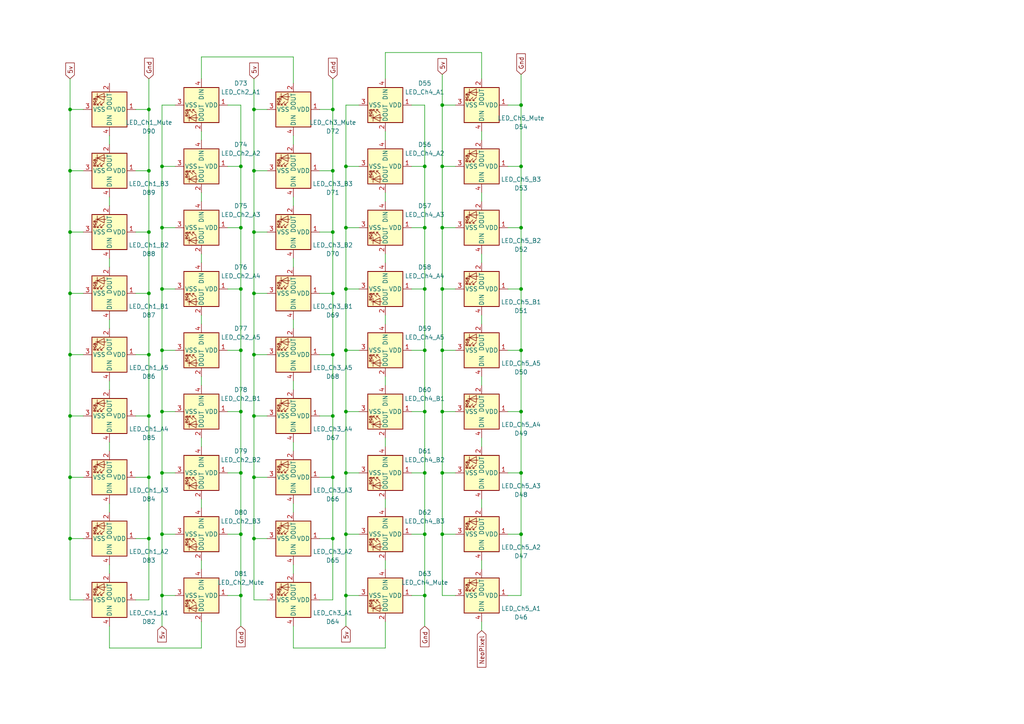
<source format=kicad_sch>
(kicad_sch (version 20231120) (generator "eeschema") (generator_version "8.0")
  (paper "A4")
  (lib_symbols
    (symbol "LED:WS2812B" (pin_names (offset 0.254))
      (property "Reference" "D" (at 5.08 5.715 0))
      (property "Value" "WS2812B" (at 1.27 -5.715 0))
      (symbol "WS2812B_0_0"
        (text "RGB" (at 2.286 -4.191 0) (effects (font (size 0.762 0.762))))
      )
      (symbol "WS2812B_0_1"
        (polyline (pts (xy 1.27 -3.556) (xy 1.778 -3.556)))
        (polyline (pts (xy 1.27 -2.54) (xy 1.778 -2.54)))
        (polyline (pts (xy 4.699 -3.556) (xy 2.667 -3.556)))
        (polyline (pts (xy 2.286 -2.54) (xy 1.27 -3.556) (xy 1.27 -3.048)))
        (polyline (pts (xy 2.286 -1.524) (xy 1.27 -2.54) (xy 1.27 -2.032)))
        (polyline (pts (xy 3.683 -1.016) (xy 3.683 -3.556) (xy 3.683 -4.064)))
        (polyline (pts (xy 4.699 -1.524) (xy 2.667 -1.524) (xy 3.683 -3.556) (xy 4.699 -1.524)))
        (rectangle (start 5.08 5.08) (end -5.08 -5.08) (stroke (width 0.254)) (fill (type background)))
      )
      (symbol "WS2812B_1_1"
        (pin power_in line (at 0 7.62 270) (length 2.54) (name "VDD") (number "1"))
        (pin output line (at 7.62 0 180) (length 2.54) (name "DOUT") (number "2"))
        (pin power_in line (at 0 -7.62 90) (length 2.54) (name "VSS") (number "3"))
        (pin input line (at -7.62 0 0) (length 2.54) (name "DIN") (number "4"))
      )
    )
  )
  (junction (at 96.52 138.43))
  (junction (at 100.33 154.94))
  (junction (at 123.19 83.82))
  (junction (at 20.32 67.31))
  (junction (at 43.18 102.87))
  (junction (at 43.18 156.21))
  (junction (at 96.52 31.75))
  (junction (at 46.99 48.26))
  (junction (at 73.66 120.65))
  (junction (at 69.85 48.26))
  (junction (at 123.19 66.04))
  (junction (at 123.19 48.26))
  (junction (at 100.33 119.38))
  (junction (at 69.85 83.82))
  (junction (at 46.99 83.82))
  (junction (at 100.33 48.26))
  (junction (at 128.27 30.48))
  (junction (at 100.33 83.82))
  (junction (at 151.13 83.82))
  (junction (at 128.27 119.38))
  (junction (at 151.13 30.48))
  (junction (at 73.66 85.09))
  (junction (at 20.32 85.09))
  (junction (at 151.13 66.04))
  (junction (at 43.18 120.65))
  (junction (at 128.27 137.16))
  (junction (at 20.32 120.65))
  (junction (at 20.32 138.43))
  (junction (at 128.27 83.82))
  (junction (at 46.99 137.16))
  (junction (at 96.52 49.53))
  (junction (at 151.13 137.16))
  (junction (at 69.85 137.16))
  (junction (at 96.52 67.31))
  (junction (at 46.99 66.04))
  (junction (at 73.66 31.75))
  (junction (at 46.99 101.6))
  (junction (at 69.85 101.6))
  (junction (at 96.52 156.21))
  (junction (at 43.18 85.09))
  (junction (at 151.13 48.26))
  (junction (at 151.13 119.38))
  (junction (at 128.27 101.6))
  (junction (at 73.66 156.21))
  (junction (at 46.99 154.94))
  (junction (at 73.66 138.43))
  (junction (at 128.27 154.94))
  (junction (at 96.52 120.65))
  (junction (at 100.33 137.16))
  (junction (at 96.52 85.09))
  (junction (at 151.13 154.94))
  (junction (at 69.85 154.94))
  (junction (at 96.52 102.87))
  (junction (at 69.85 119.38))
  (junction (at 20.32 31.75))
  (junction (at 43.18 31.75))
  (junction (at 43.18 49.53))
  (junction (at 20.32 49.53))
  (junction (at 123.19 119.38))
  (junction (at 43.18 138.43))
  (junction (at 46.99 119.38))
  (junction (at 100.33 66.04))
  (junction (at 69.85 172.72))
  (junction (at 123.19 101.6))
  (junction (at 73.66 49.53))
  (junction (at 43.18 67.31))
  (junction (at 100.33 172.72))
  (junction (at 123.19 137.16))
  (junction (at 20.32 156.21))
  (junction (at 123.19 154.94))
  (junction (at 73.66 67.31))
  (junction (at 46.99 172.72))
  (junction (at 128.27 48.26))
  (junction (at 123.19 172.72))
  (junction (at 69.85 66.04))
  (junction (at 100.33 101.6))
  (junction (at 128.27 66.04))
  (junction (at 73.66 102.87))
  (junction (at 151.13 101.6))
  (junction (at 20.32 102.87))
  (wire (pts (xy 96.52 138.43) (xy 96.52 156.21)))
  (wire (pts (xy 119.38 172.72) (xy 123.19 172.72)))
  (wire (pts (xy 39.37 120.65) (xy 43.18 120.65)))
  (wire (pts (xy 147.32 48.26) (xy 151.13 48.26)))
  (wire (pts (xy 96.52 85.09) (xy 96.52 102.87)))
  (wire (pts (xy 73.66 49.53) (xy 77.47 49.53)))
  (wire (pts (xy 31.75 163.83) (xy 31.75 166.37)))
  (wire (pts (xy 139.7 38.1) (xy 139.7 40.64)))
  (wire (pts (xy 39.37 31.75) (xy 43.18 31.75)))
  (wire (pts (xy 128.27 48.26) (xy 132.08 48.26)))
  (wire (pts (xy 85.09 146.05) (xy 85.09 148.59)))
  (wire (pts (xy 20.32 173.99) (xy 24.13 173.99)))
  (wire (pts (xy 66.04 66.04) (xy 69.85 66.04)))
  (wire (pts (xy 73.66 138.43) (xy 73.66 156.21)))
  (wire (pts (xy 147.32 30.48) (xy 151.13 30.48)))
  (wire (pts (xy 100.33 181.61) (xy 100.33 172.72)))
  (wire (pts (xy 73.66 120.65) (xy 73.66 138.43)))
  (wire (pts (xy 39.37 67.31) (xy 43.18 67.31)))
  (wire (pts (xy 69.85 137.16) (xy 69.85 119.38)))
  (wire (pts (xy 92.71 156.21) (xy 96.52 156.21)))
  (wire (pts (xy 85.09 163.83) (xy 85.09 166.37)))
  (wire (pts (xy 46.99 172.72) (xy 46.99 154.94)))
  (wire (pts (xy 128.27 119.38) (xy 132.08 119.38)))
  (wire (pts (xy 147.32 101.6) (xy 151.13 101.6)))
  (wire (pts (xy 73.66 49.53) (xy 73.66 67.31)))
  (wire (pts (xy 96.52 67.31) (xy 96.52 85.09)))
  (wire (pts (xy 96.52 102.87) (xy 96.52 120.65)))
  (wire (pts (xy 46.99 83.82) (xy 46.99 66.04)))
  (wire (pts (xy 100.33 101.6) (xy 100.33 83.82)))
  (wire (pts (xy 100.33 30.48) (xy 104.14 30.48)))
  (wire (pts (xy 58.42 187.96) (xy 58.42 180.34)))
  (wire (pts (xy 151.13 30.48) (xy 151.13 48.26)))
  (wire (pts (xy 139.7 73.66) (xy 139.7 76.2)))
  (wire (pts (xy 31.75 181.61) (xy 31.75 187.96)))
  (wire (pts (xy 100.33 154.94) (xy 100.33 137.16)))
  (wire (pts (xy 151.13 48.26) (xy 151.13 66.04)))
  (wire (pts (xy 119.38 154.94) (xy 123.19 154.94)))
  (wire (pts (xy 46.99 119.38) (xy 46.99 101.6)))
  (wire (pts (xy 111.76 40.64) (xy 111.76 38.1)))
  (wire (pts (xy 66.04 119.38) (xy 69.85 119.38)))
  (wire (pts (xy 85.09 110.49) (xy 85.09 113.03)))
  (wire (pts (xy 128.27 101.6) (xy 128.27 119.38)))
  (wire (pts (xy 123.19 172.72) (xy 123.19 154.94)))
  (wire (pts (xy 139.7 144.78) (xy 139.7 147.32)))
  (wire (pts (xy 69.85 48.26) (xy 69.85 30.48)))
  (wire (pts (xy 139.7 109.22) (xy 139.7 111.76)))
  (wire (pts (xy 92.71 85.09) (xy 96.52 85.09)))
  (wire (pts (xy 46.99 101.6) (xy 46.99 83.82)))
  (wire (pts (xy 66.04 137.16) (xy 69.85 137.16)))
  (wire (pts (xy 128.27 83.82) (xy 128.27 101.6)))
  (wire (pts (xy 43.18 22.86) (xy 43.18 31.75)))
  (wire (pts (xy 20.32 67.31) (xy 20.32 85.09)))
  (wire (pts (xy 128.27 137.16) (xy 128.27 154.94)))
  (wire (pts (xy 111.76 58.42) (xy 111.76 55.88)))
  (wire (pts (xy 39.37 156.21) (xy 43.18 156.21)))
  (wire (pts (xy 92.71 49.53) (xy 96.52 49.53)))
  (wire (pts (xy 100.33 83.82) (xy 104.14 83.82)))
  (wire (pts (xy 151.13 101.6) (xy 151.13 119.38)))
  (wire (pts (xy 69.85 66.04) (xy 69.85 48.26)))
  (wire (pts (xy 20.32 22.86) (xy 20.32 31.75)))
  (wire (pts (xy 46.99 101.6) (xy 50.8 101.6)))
  (wire (pts (xy 111.76 15.24) (xy 139.7 15.24)))
  (wire (pts (xy 20.32 102.87) (xy 20.32 120.65)))
  (wire (pts (xy 31.75 187.96) (xy 58.42 187.96)))
  (wire (pts (xy 100.33 48.26) (xy 100.33 30.48)))
  (wire (pts (xy 43.18 67.31) (xy 43.18 85.09)))
  (wire (pts (xy 46.99 137.16) (xy 50.8 137.16)))
  (wire (pts (xy 123.19 181.61) (xy 123.19 172.72)))
  (wire (pts (xy 128.27 154.94) (xy 128.27 172.72)))
  (wire (pts (xy 58.42 111.76) (xy 58.42 109.22)))
  (wire (pts (xy 128.27 101.6) (xy 132.08 101.6)))
  (wire (pts (xy 73.66 102.87) (xy 73.66 120.65)))
  (wire (pts (xy 20.32 49.53) (xy 24.13 49.53)))
  (wire (pts (xy 46.99 30.48) (xy 50.8 30.48)))
  (wire (pts (xy 69.85 119.38) (xy 69.85 101.6)))
  (wire (pts (xy 46.99 48.26) (xy 46.99 30.48)))
  (wire (pts (xy 111.76 187.96) (xy 111.76 180.34)))
  (wire (pts (xy 96.52 173.99) (xy 92.71 173.99)))
  (wire (pts (xy 20.32 67.31) (xy 24.13 67.31)))
  (wire (pts (xy 128.27 48.26) (xy 128.27 66.04)))
  (wire (pts (xy 119.38 83.82) (xy 123.19 83.82)))
  (wire (pts (xy 147.32 119.38) (xy 151.13 119.38)))
  (wire (pts (xy 111.76 93.98) (xy 111.76 91.44)))
  (wire (pts (xy 69.85 172.72) (xy 69.85 154.94)))
  (wire (pts (xy 46.99 48.26) (xy 50.8 48.26)))
  (wire (pts (xy 73.66 173.99) (xy 77.47 173.99)))
  (wire (pts (xy 96.52 49.53) (xy 96.52 67.31)))
  (wire (pts (xy 73.66 85.09) (xy 73.66 102.87)))
  (wire (pts (xy 20.32 102.87) (xy 24.13 102.87)))
  (wire (pts (xy 92.71 67.31) (xy 96.52 67.31)))
  (wire (pts (xy 69.85 181.61) (xy 69.85 172.72)))
  (wire (pts (xy 20.32 31.75) (xy 20.32 49.53)))
  (wire (pts (xy 73.66 31.75) (xy 77.47 31.75)))
  (wire (pts (xy 73.66 138.43) (xy 77.47 138.43)))
  (wire (pts (xy 100.33 119.38) (xy 104.14 119.38)))
  (wire (pts (xy 66.04 172.72) (xy 69.85 172.72)))
  (wire (pts (xy 31.75 110.49) (xy 31.75 113.03)))
  (wire (pts (xy 151.13 137.16) (xy 151.13 154.94)))
  (wire (pts (xy 31.75 146.05) (xy 31.75 148.59)))
  (wire (pts (xy 20.32 85.09) (xy 24.13 85.09)))
  (wire (pts (xy 111.76 76.2) (xy 111.76 73.66)))
  (wire (pts (xy 128.27 172.72) (xy 132.08 172.72)))
  (wire (pts (xy 66.04 48.26) (xy 69.85 48.26)))
  (wire (pts (xy 96.52 31.75) (xy 96.52 49.53)))
  (wire (pts (xy 139.7 15.24) (xy 139.7 22.86)))
  (wire (pts (xy 20.32 138.43) (xy 20.32 156.21)))
  (wire (pts (xy 85.09 128.27) (xy 85.09 130.81)))
  (wire (pts (xy 39.37 102.87) (xy 43.18 102.87)))
  (wire (pts (xy 43.18 49.53) (xy 43.18 67.31)))
  (wire (pts (xy 20.32 138.43) (xy 24.13 138.43)))
  (wire (pts (xy 66.04 101.6) (xy 69.85 101.6)))
  (wire (pts (xy 20.32 156.21) (xy 24.13 156.21)))
  (wire (pts (xy 119.38 137.16) (xy 123.19 137.16)))
  (wire (pts (xy 39.37 49.53) (xy 43.18 49.53)))
  (wire (pts (xy 151.13 66.04) (xy 151.13 83.82)))
  (wire (pts (xy 100.33 137.16) (xy 100.33 119.38)))
  (wire (pts (xy 43.18 31.75) (xy 43.18 49.53)))
  (wire (pts (xy 85.09 39.37) (xy 85.09 41.91)))
  (wire (pts (xy 46.99 119.38) (xy 50.8 119.38)))
  (wire (pts (xy 46.99 154.94) (xy 46.99 137.16)))
  (wire (pts (xy 128.27 119.38) (xy 128.27 137.16)))
  (wire (pts (xy 66.04 83.82) (xy 69.85 83.82)))
  (wire (pts (xy 123.19 154.94) (xy 123.19 137.16)))
  (wire (pts (xy 46.99 66.04) (xy 50.8 66.04)))
  (wire (pts (xy 43.18 173.99) (xy 39.37 173.99)))
  (wire (pts (xy 123.19 137.16) (xy 123.19 119.38)))
  (wire (pts (xy 43.18 102.87) (xy 43.18 120.65)))
  (wire (pts (xy 147.32 137.16) (xy 151.13 137.16)))
  (wire (pts (xy 100.33 172.72) (xy 104.14 172.72)))
  (wire (pts (xy 69.85 101.6) (xy 69.85 83.82)))
  (wire (pts (xy 43.18 120.65) (xy 43.18 138.43)))
  (wire (pts (xy 73.66 120.65) (xy 77.47 120.65)))
  (wire (pts (xy 128.27 30.48) (xy 132.08 30.48)))
  (wire (pts (xy 96.52 156.21) (xy 96.52 173.99)))
  (wire (pts (xy 58.42 76.2) (xy 58.42 73.66)))
  (wire (pts (xy 73.66 102.87) (xy 77.47 102.87)))
  (wire (pts (xy 31.75 92.71) (xy 31.75 95.25)))
  (wire (pts (xy 85.09 187.96) (xy 111.76 187.96)))
  (wire (pts (xy 20.32 120.65) (xy 24.13 120.65)))
  (wire (pts (xy 100.33 48.26) (xy 104.14 48.26)))
  (wire (pts (xy 123.19 101.6) (xy 123.19 83.82)))
  (wire (pts (xy 31.75 57.15) (xy 31.75 59.69)))
  (wire (pts (xy 111.76 129.54) (xy 111.76 127)))
  (wire (pts (xy 92.71 138.43) (xy 96.52 138.43)))
  (wire (pts (xy 92.71 120.65) (xy 96.52 120.65)))
  (wire (pts (xy 128.27 21.59) (xy 128.27 30.48)))
  (wire (pts (xy 119.38 119.38) (xy 123.19 119.38)))
  (wire (pts (xy 39.37 138.43) (xy 43.18 138.43)))
  (wire (pts (xy 147.32 154.94) (xy 151.13 154.94)))
  (wire (pts (xy 128.27 66.04) (xy 132.08 66.04)))
  (wire (pts (xy 31.75 128.27) (xy 31.75 130.81)))
  (wire (pts (xy 96.52 120.65) (xy 96.52 138.43)))
  (wire (pts (xy 100.33 101.6) (xy 104.14 101.6)))
  (wire (pts (xy 119.38 48.26) (xy 123.19 48.26)))
  (wire (pts (xy 39.37 85.09) (xy 43.18 85.09)))
  (wire (pts (xy 73.66 22.86) (xy 73.66 31.75)))
  (wire (pts (xy 123.19 48.26) (xy 123.19 30.48)))
  (wire (pts (xy 139.7 91.44) (xy 139.7 93.98)))
  (wire (pts (xy 100.33 119.38) (xy 100.33 101.6)))
  (wire (pts (xy 119.38 101.6) (xy 123.19 101.6)))
  (wire (pts (xy 151.13 172.72) (xy 147.32 172.72)))
  (wire (pts (xy 69.85 154.94) (xy 69.85 137.16)))
  (wire (pts (xy 31.75 74.93) (xy 31.75 77.47)))
  (wire (pts (xy 58.42 165.1) (xy 58.42 162.56)))
  (wire (pts (xy 73.66 156.21) (xy 77.47 156.21)))
  (wire (pts (xy 46.99 137.16) (xy 46.99 119.38)))
  (wire (pts (xy 111.76 22.86) (xy 111.76 15.24)))
  (wire (pts (xy 123.19 83.82) (xy 123.19 66.04)))
  (wire (pts (xy 58.42 58.42) (xy 58.42 55.88)))
  (wire (pts (xy 96.52 22.86) (xy 96.52 31.75)))
  (wire (pts (xy 151.13 119.38) (xy 151.13 137.16)))
  (wire (pts (xy 58.42 147.32) (xy 58.42 144.78)))
  (wire (pts (xy 147.32 66.04) (xy 151.13 66.04)))
  (wire (pts (xy 85.09 181.61) (xy 85.09 187.96)))
  (wire (pts (xy 20.32 156.21) (xy 20.32 173.99)))
  (wire (pts (xy 100.33 137.16) (xy 104.14 137.16)))
  (wire (pts (xy 139.7 55.88) (xy 139.7 58.42)))
  (wire (pts (xy 123.19 119.38) (xy 123.19 101.6)))
  (wire (pts (xy 128.27 154.94) (xy 132.08 154.94)))
  (wire (pts (xy 46.99 83.82) (xy 50.8 83.82)))
  (wire (pts (xy 73.66 67.31) (xy 73.66 85.09)))
  (wire (pts (xy 85.09 74.93) (xy 85.09 77.47)))
  (wire (pts (xy 46.99 154.94) (xy 50.8 154.94)))
  (wire (pts (xy 128.27 30.48) (xy 128.27 48.26)))
  (wire (pts (xy 31.75 39.37) (xy 31.75 41.91)))
  (wire (pts (xy 20.32 49.53) (xy 20.32 67.31)))
  (wire (pts (xy 43.18 138.43) (xy 43.18 156.21)))
  (wire (pts (xy 139.7 162.56) (xy 139.7 165.1)))
  (wire (pts (xy 128.27 83.82) (xy 132.08 83.82)))
  (wire (pts (xy 46.99 66.04) (xy 46.99 48.26)))
  (wire (pts (xy 151.13 83.82) (xy 151.13 101.6)))
  (wire (pts (xy 100.33 83.82) (xy 100.33 66.04)))
  (wire (pts (xy 151.13 154.94) (xy 151.13 172.72)))
  (wire (pts (xy 73.66 85.09) (xy 77.47 85.09)))
  (wire (pts (xy 128.27 66.04) (xy 128.27 83.82)))
  (wire (pts (xy 100.33 66.04) (xy 100.33 48.26)))
  (wire (pts (xy 111.76 111.76) (xy 111.76 109.22)))
  (wire (pts (xy 46.99 181.61) (xy 46.99 172.72)))
  (wire (pts (xy 73.66 31.75) (xy 73.66 49.53)))
  (wire (pts (xy 58.42 22.86) (xy 58.42 16.51)))
  (wire (pts (xy 85.09 16.51) (xy 85.09 24.13)))
  (wire (pts (xy 43.18 156.21) (xy 43.18 173.99)))
  (wire (pts (xy 119.38 66.04) (xy 123.19 66.04)))
  (wire (pts (xy 73.66 156.21) (xy 73.66 173.99)))
  (wire (pts (xy 58.42 40.64) (xy 58.42 38.1)))
  (wire (pts (xy 69.85 30.48) (xy 66.04 30.48)))
  (wire (pts (xy 85.09 57.15) (xy 85.09 59.69)))
  (wire (pts (xy 123.19 30.48) (xy 119.38 30.48)))
  (wire (pts (xy 58.42 93.98) (xy 58.42 91.44)))
  (wire (pts (xy 111.76 147.32) (xy 111.76 144.78)))
  (wire (pts (xy 147.32 83.82) (xy 151.13 83.82)))
  (wire (pts (xy 100.33 154.94) (xy 104.14 154.94)))
  (wire (pts (xy 46.99 172.72) (xy 50.8 172.72)))
  (wire (pts (xy 58.42 129.54) (xy 58.42 127)))
  (wire (pts (xy 123.19 66.04) (xy 123.19 48.26)))
  (wire (pts (xy 92.71 31.75) (xy 96.52 31.75)))
  (wire (pts (xy 20.32 120.65) (xy 20.32 138.43)))
  (wire (pts (xy 139.7 127) (xy 139.7 129.54)))
  (wire (pts (xy 20.32 85.09) (xy 20.32 102.87)))
  (wire (pts (xy 58.42 16.51) (xy 85.09 16.51)))
  (wire (pts (xy 43.18 85.09) (xy 43.18 102.87)))
  (wire (pts (xy 92.71 102.87) (xy 96.52 102.87)))
  (wire (pts (xy 151.13 21.59) (xy 151.13 30.48)))
  (wire (pts (xy 139.7 180.34) (xy 139.7 182.88)))
  (wire (pts (xy 20.32 31.75) (xy 24.13 31.75)))
  (wire (pts (xy 69.85 83.82) (xy 69.85 66.04)))
  (wire (pts (xy 128.27 137.16) (xy 132.08 137.16)))
  (wire (pts (xy 66.04 154.94) (xy 69.85 154.94)))
  (wire (pts (xy 100.33 66.04) (xy 104.14 66.04)))
  (wire (pts (xy 85.09 92.71) (xy 85.09 95.25)))
  (wire (pts (xy 111.76 165.1) (xy 111.76 162.56)))
  (wire (pts (xy 100.33 172.72) (xy 100.33 154.94)))
  (wire (pts (xy 73.66 67.31) (xy 77.47 67.31)))
  (global_label "5v" (shape input) (at 20.32 22.86 90) (property "Intersheetrefs" "${INTERSHEET_REFS}" (effects (hide yes))))
  (global_label "Gnd" (shape input) (at 151.13 21.59 90) (property "Intersheetrefs" "${INTERSHEET_REFS}" (effects (hide yes))))
  (global_label "5v" (shape input) (at 128.27 21.59 90) (property "Intersheetrefs" "${INTERSHEET_REFS}" (effects (hide yes))))
  (global_label "5v" (shape input) (at 73.66 22.86 90) (property "Intersheetrefs" "${INTERSHEET_REFS}" (effects (hide yes))))
  (global_label "5v" (shape input) (at 100.33 181.61 270) (property "Intersheetrefs" "${INTERSHEET_REFS}" (effects (hide yes))))
  (global_label "Gnd" (shape input) (at 96.52 22.86 90) (property "Intersheetrefs" "${INTERSHEET_REFS}" (effects (hide yes))))
  (global_label "Gnd" (shape input) (at 43.18 22.86 90) (property "Intersheetrefs" "${INTERSHEET_REFS}" (effects (hide yes))))
  (global_label "Gnd" (shape input) (at 123.19 181.61 270) (property "Intersheetrefs" "${INTERSHEET_REFS}" (effects (hide yes))))
  (global_label "NeoPixel" (shape input) (at 139.7 182.88 270) (property "Intersheetrefs" "${INTERSHEET_REFS}" (effects (hide yes))))
  (global_label "Gnd" (shape input) (at 69.85 181.61 270) (property "Intersheetrefs" "${INTERSHEET_REFS}" (effects (hide yes))))
  (global_label "5v" (shape input) (at 46.99 181.61 270) (property "Intersheetrefs" "${INTERSHEET_REFS}" (effects (hide yes))))
  (symbol (lib_id "LED:WS2812B") (at 58.42 83.82 270) (unit 1)
    (property "Reference" "D76" (at 69.85 77.5014 90))
    (property "Value" "LED_Ch2_A4" (at 69.85 80.0414 90))
    (property "Footprint" "LED_SMD:LED_WS2812B_PLCC4_5.0x5.0mm_P3.2mm" (effects (hide yes)))
    (property "Datasheet" "https://cdn-shop.adafruit.com/datasheets/WS2812B.pdf" (effects (hide yes)))
    (property "Description" "RGB LED with integrated controller" (effects (hide yes)))
  )
  (symbol (lib_id "LED:WS2812B") (at 58.42 137.16 270) (unit 1)
    (property "Reference" "D79" (at 69.85 130.8414 90))
    (property "Value" "LED_Ch2_B2" (at 69.85 133.3814 90))
    (property "Footprint" "LED_SMD:LED_WS2812B_PLCC4_5.0x5.0mm_P3.2mm" (effects (hide yes)))
    (property "Datasheet" "https://cdn-shop.adafruit.com/datasheets/WS2812B.pdf" (effects (hide yes)))
    (property "Description" "RGB LED with integrated controller" (effects (hide yes)))
  )
  (symbol (lib_id "LED:WS2812B") (at 85.09 156.21 270) (mirror x) (unit 1)
    (property "Reference" "D65" (at 96.52 162.5286 90))
    (property "Value" "LED_Ch3_A2" (at 96.52 159.9886 90))
    (property "Footprint" "LED_SMD:LED_WS2812B_PLCC4_5.0x5.0mm_P3.2mm" (effects (hide yes)))
    (property "Datasheet" "https://cdn-shop.adafruit.com/datasheets/WS2812B.pdf" (effects (hide yes)))
    (property "Description" "RGB LED with integrated controller" (effects (hide yes)))
  )
  (symbol (lib_id "LED:WS2812B") (at 139.7 101.6 270) (mirror x) (unit 1)
    (property "Reference" "D50" (at 151.13 107.9186 90))
    (property "Value" "LED_Ch5_A5" (at 151.13 105.3786 90))
    (property "Footprint" "LED_SMD:LED_WS2812B_PLCC4_5.0x5.0mm_P3.2mm" (effects (hide yes)))
    (property "Datasheet" "https://cdn-shop.adafruit.com/datasheets/WS2812B.pdf" (effects (hide yes)))
    (property "Description" "RGB LED with integrated controller" (effects (hide yes)))
  )
  (symbol (lib_id "LED:WS2812B") (at 31.75 85.09 270) (mirror x) (unit 1)
    (property "Reference" "D87" (at 43.18 91.4086 90))
    (property "Value" "LED_Ch1_B1" (at 43.18 88.8686 90))
    (property "Footprint" "LED_SMD:LED_WS2812B_PLCC4_5.0x5.0mm_P3.2mm" (effects (hide yes)))
    (property "Datasheet" "https://cdn-shop.adafruit.com/datasheets/WS2812B.pdf" (effects (hide yes)))
    (property "Description" "RGB LED with integrated controller" (effects (hide yes)))
  )
  (symbol (lib_id "LED:WS2812B") (at 111.76 101.6 270) (unit 1)
    (property "Reference" "D59" (at 123.19 95.2814 90))
    (property "Value" "LED_Ch4_A5" (at 123.19 97.8214 90))
    (property "Footprint" "LED_SMD:LED_WS2812B_PLCC4_5.0x5.0mm_P3.2mm" (effects (hide yes)))
    (property "Datasheet" "https://cdn-shop.adafruit.com/datasheets/WS2812B.pdf" (effects (hide yes)))
    (property "Description" "RGB LED with integrated controller" (effects (hide yes)))
  )
  (symbol (lib_id "LED:WS2812B") (at 139.7 172.72 270) (mirror x) (unit 1)
    (property "Reference" "D46" (at 151.13 179.0386 90))
    (property "Value" "LED_Ch5_A1" (at 151.13 176.4986 90))
    (property "Footprint" "LED_SMD:LED_WS2812B_PLCC4_5.0x5.0mm_P3.2mm" (effects (hide yes)))
    (property "Datasheet" "https://cdn-shop.adafruit.com/datasheets/WS2812B.pdf" (effects (hide yes)))
    (property "Description" "RGB LED with integrated controller" (effects (hide yes)))
  )
  (symbol (lib_id "LED:WS2812B") (at 85.09 67.31 270) (mirror x) (unit 1)
    (property "Reference" "D70" (at 96.52 73.6286 90))
    (property "Value" "LED_Ch3_B2" (at 96.52 71.0886 90))
    (property "Footprint" "LED_SMD:LED_WS2812B_PLCC4_5.0x5.0mm_P3.2mm" (effects (hide yes)))
    (property "Datasheet" "https://cdn-shop.adafruit.com/datasheets/WS2812B.pdf" (effects (hide yes)))
    (property "Description" "RGB LED with integrated controller" (effects (hide yes)))
  )
  (symbol (lib_id "LED:WS2812B") (at 31.75 173.99 270) (mirror x) (unit 1)
    (property "Reference" "D82" (at 43.18 180.3086 90))
    (property "Value" "LED_Ch1_A1" (at 43.18 177.7686 90))
    (property "Footprint" "LED_SMD:LED_WS2812B_PLCC4_5.0x5.0mm_P3.2mm" (effects (hide yes)))
    (property "Datasheet" "https://cdn-shop.adafruit.com/datasheets/WS2812B.pdf" (effects (hide yes)))
    (property "Description" "RGB LED with integrated controller" (effects (hide yes)))
  )
  (symbol (lib_id "LED:WS2812B") (at 58.42 154.94 270) (unit 1)
    (property "Reference" "D80" (at 69.85 148.6214 90))
    (property "Value" "LED_Ch2_B3" (at 69.85 151.1614 90))
    (property "Footprint" "LED_SMD:LED_WS2812B_PLCC4_5.0x5.0mm_P3.2mm" (effects (hide yes)))
    (property "Datasheet" "https://cdn-shop.adafruit.com/datasheets/WS2812B.pdf" (effects (hide yes)))
    (property "Description" "RGB LED with integrated controller" (effects (hide yes)))
  )
  (symbol (lib_id "LED:WS2812B") (at 85.09 173.99 270) (mirror x) (unit 1)
    (property "Reference" "D64" (at 96.52 180.3086 90))
    (property "Value" "LED_Ch3_A1" (at 96.52 177.7686 90))
    (property "Footprint" "LED_SMD:LED_WS2812B_PLCC4_5.0x5.0mm_P3.2mm" (effects (hide yes)))
    (property "Datasheet" "https://cdn-shop.adafruit.com/datasheets/WS2812B.pdf" (effects (hide yes)))
    (property "Description" "RGB LED with integrated controller" (effects (hide yes)))
  )
  (symbol (lib_id "LED:WS2812B") (at 85.09 120.65 270) (mirror x) (unit 1)
    (property "Reference" "D67" (at 96.52 126.9686 90))
    (property "Value" "LED_Ch3_A4" (at 96.52 124.4286 90))
    (property "Footprint" "LED_SMD:LED_WS2812B_PLCC4_5.0x5.0mm_P3.2mm" (effects (hide yes)))
    (property "Datasheet" "https://cdn-shop.adafruit.com/datasheets/WS2812B.pdf" (effects (hide yes)))
    (property "Description" "RGB LED with integrated controller" (effects (hide yes)))
  )
  (symbol (lib_id "LED:WS2812B") (at 85.09 31.75 270) (mirror x) (unit 1)
    (property "Reference" "D72" (at 96.52 38.0686 90))
    (property "Value" "LED_Ch3_Mute" (at 96.52 35.5286 90))
    (property "Footprint" "LED_SMD:LED_WS2812B_PLCC4_5.0x5.0mm_P3.2mm" (effects (hide yes)))
    (property "Datasheet" "https://cdn-shop.adafruit.com/datasheets/WS2812B.pdf" (effects (hide yes)))
    (property "Description" "RGB LED with integrated controller" (effects (hide yes)))
  )
  (symbol (lib_id "LED:WS2812B") (at 85.09 85.09 270) (mirror x) (unit 1)
    (property "Reference" "D69" (at 96.52 91.4086 90))
    (property "Value" "LED_Ch3_B1" (at 96.52 88.8686 90))
    (property "Footprint" "LED_SMD:LED_WS2812B_PLCC4_5.0x5.0mm_P3.2mm" (effects (hide yes)))
    (property "Datasheet" "https://cdn-shop.adafruit.com/datasheets/WS2812B.pdf" (effects (hide yes)))
    (property "Description" "RGB LED with integrated controller" (effects (hide yes)))
  )
  (symbol (lib_id "LED:WS2812B") (at 139.7 66.04 270) (mirror x) (unit 1)
    (property "Reference" "D52" (at 151.13 72.3586 90))
    (property "Value" "LED_Ch5_B2" (at 151.13 69.8186 90))
    (property "Footprint" "LED_SMD:LED_WS2812B_PLCC4_5.0x5.0mm_P3.2mm" (effects (hide yes)))
    (property "Datasheet" "https://cdn-shop.adafruit.com/datasheets/WS2812B.pdf" (effects (hide yes)))
    (property "Description" "RGB LED with integrated controller" (effects (hide yes)))
  )
  (symbol (lib_id "LED:WS2812B") (at 111.76 172.72 270) (unit 1)
    (property "Reference" "D63" (at 123.19 166.4014 90))
    (property "Value" "LED_Ch4_Mute" (at 123.19 168.9414 90))
    (property "Footprint" "LED_SMD:LED_WS2812B_PLCC4_5.0x5.0mm_P3.2mm" (effects (hide yes)))
    (property "Datasheet" "https://cdn-shop.adafruit.com/datasheets/WS2812B.pdf" (effects (hide yes)))
    (property "Description" "RGB LED with integrated controller" (effects (hide yes)))
  )
  (symbol (lib_id "LED:WS2812B") (at 139.7 137.16 270) (mirror x) (unit 1)
    (property "Reference" "D48" (at 151.13 143.4786 90))
    (property "Value" "LED_Ch5_A3" (at 151.13 140.9386 90))
    (property "Footprint" "LED_SMD:LED_WS2812B_PLCC4_5.0x5.0mm_P3.2mm" (effects (hide yes)))
    (property "Datasheet" "https://cdn-shop.adafruit.com/datasheets/WS2812B.pdf" (effects (hide yes)))
    (property "Description" "RGB LED with integrated controller" (effects (hide yes)))
  )
  (symbol (lib_id "LED:WS2812B") (at 139.7 83.82 270) (mirror x) (unit 1)
    (property "Reference" "D51" (at 151.13 90.1386 90))
    (property "Value" "LED_Ch5_B1" (at 151.13 87.5986 90))
    (property "Footprint" "LED_SMD:LED_WS2812B_PLCC4_5.0x5.0mm_P3.2mm" (effects (hide yes)))
    (property "Datasheet" "https://cdn-shop.adafruit.com/datasheets/WS2812B.pdf" (effects (hide yes)))
    (property "Description" "RGB LED with integrated controller" (effects (hide yes)))
  )
  (symbol (lib_id "LED:WS2812B") (at 111.76 48.26 270) (unit 1)
    (property "Reference" "D56" (at 123.19 41.9414 90))
    (property "Value" "LED_Ch4_A2" (at 123.19 44.4814 90))
    (property "Footprint" "LED_SMD:LED_WS2812B_PLCC4_5.0x5.0mm_P3.2mm" (effects (hide yes)))
    (property "Datasheet" "https://cdn-shop.adafruit.com/datasheets/WS2812B.pdf" (effects (hide yes)))
    (property "Description" "RGB LED with integrated controller" (effects (hide yes)))
  )
  (symbol (lib_id "LED:WS2812B") (at 58.42 30.48 270) (unit 1)
    (property "Reference" "D73" (at 69.85 24.1614 90))
    (property "Value" "LED_Ch2_A1" (at 69.85 26.7014 90))
    (property "Footprint" "LED_SMD:LED_WS2812B_PLCC4_5.0x5.0mm_P3.2mm" (effects (hide yes)))
    (property "Datasheet" "https://cdn-shop.adafruit.com/datasheets/WS2812B.pdf" (effects (hide yes)))
    (property "Description" "RGB LED with integrated controller" (effects (hide yes)))
  )
  (symbol (lib_id "LED:WS2812B") (at 139.7 30.48 270) (mirror x) (unit 1)
    (property "Reference" "D54" (at 151.13 36.7986 90))
    (property "Value" "LED_Ch5_Mute" (at 151.13 34.2586 90))
    (property "Footprint" "LED_SMD:LED_WS2812B_PLCC4_5.0x5.0mm_P3.2mm" (effects (hide yes)))
    (property "Datasheet" "https://cdn-shop.adafruit.com/datasheets/WS2812B.pdf" (effects (hide yes)))
    (property "Description" "RGB LED with integrated controller" (effects (hide yes)))
  )
  (symbol (lib_id "LED:WS2812B") (at 85.09 138.43 270) (mirror x) (unit 1)
    (property "Reference" "D66" (at 96.52 144.7486 90))
    (property "Value" "LED_Ch3_A3" (at 96.52 142.2086 90))
    (property "Footprint" "LED_SMD:LED_WS2812B_PLCC4_5.0x5.0mm_P3.2mm" (effects (hide yes)))
    (property "Datasheet" "https://cdn-shop.adafruit.com/datasheets/WS2812B.pdf" (effects (hide yes)))
    (property "Description" "RGB LED with integrated controller" (effects (hide yes)))
  )
  (symbol (lib_id "LED:WS2812B") (at 58.42 66.04 270) (unit 1)
    (property "Reference" "D75" (at 69.85 59.7214 90))
    (property "Value" "LED_Ch2_A3" (at 69.85 62.2614 90))
    (property "Footprint" "LED_SMD:LED_WS2812B_PLCC4_5.0x5.0mm_P3.2mm" (effects (hide yes)))
    (property "Datasheet" "https://cdn-shop.adafruit.com/datasheets/WS2812B.pdf" (effects (hide yes)))
    (property "Description" "RGB LED with integrated controller" (effects (hide yes)))
  )
  (symbol (lib_id "LED:WS2812B") (at 85.09 102.87 270) (mirror x) (unit 1)
    (property "Reference" "D68" (at 96.52 109.1886 90))
    (property "Value" "LED_Ch3_A5" (at 96.52 106.6486 90))
    (property "Footprint" "LED_SMD:LED_WS2812B_PLCC4_5.0x5.0mm_P3.2mm" (effects (hide yes)))
    (property "Datasheet" "https://cdn-shop.adafruit.com/datasheets/WS2812B.pdf" (effects (hide yes)))
    (property "Description" "RGB LED with integrated controller" (effects (hide yes)))
  )
  (symbol (lib_id "LED:WS2812B") (at 31.75 102.87 270) (mirror x) (unit 1)
    (property "Reference" "D86" (at 43.18 109.1886 90))
    (property "Value" "LED_Ch1_A5" (at 43.18 106.6486 90))
    (property "Footprint" "LED_SMD:LED_WS2812B_PLCC4_5.0x5.0mm_P3.2mm" (effects (hide yes)))
    (property "Datasheet" "https://cdn-shop.adafruit.com/datasheets/WS2812B.pdf" (effects (hide yes)))
    (property "Description" "RGB LED with integrated controller" (effects (hide yes)))
  )
  (symbol (lib_id "LED:WS2812B") (at 31.75 138.43 270) (mirror x) (unit 1)
    (property "Reference" "D84" (at 43.18 144.7486 90))
    (property "Value" "LED_Ch1_A3" (at 43.18 142.2086 90))
    (property "Footprint" "LED_SMD:LED_WS2812B_PLCC4_5.0x5.0mm_P3.2mm" (effects (hide yes)))
    (property "Datasheet" "https://cdn-shop.adafruit.com/datasheets/WS2812B.pdf" (effects (hide yes)))
    (property "Description" "RGB LED with integrated controller" (effects (hide yes)))
  )
  (symbol (lib_id "LED:WS2812B") (at 85.09 49.53 270) (mirror x) (unit 1)
    (property "Reference" "D71" (at 96.52 55.8486 90))
    (property "Value" "LED_Ch3_B3" (at 96.52 53.3086 90))
    (property "Footprint" "LED_SMD:LED_WS2812B_PLCC4_5.0x5.0mm_P3.2mm" (effects (hide yes)))
    (property "Datasheet" "https://cdn-shop.adafruit.com/datasheets/WS2812B.pdf" (effects (hide yes)))
    (property "Description" "RGB LED with integrated controller" (effects (hide yes)))
  )
  (symbol (lib_id "LED:WS2812B") (at 111.76 66.04 270) (unit 1)
    (property "Reference" "D57" (at 123.19 59.7214 90))
    (property "Value" "LED_Ch4_A3" (at 123.19 62.2614 90))
    (property "Footprint" "LED_SMD:LED_WS2812B_PLCC4_5.0x5.0mm_P3.2mm" (effects (hide yes)))
    (property "Datasheet" "https://cdn-shop.adafruit.com/datasheets/WS2812B.pdf" (effects (hide yes)))
    (property "Description" "RGB LED with integrated controller" (effects (hide yes)))
  )
  (symbol (lib_id "LED:WS2812B") (at 111.76 119.38 270) (unit 1)
    (property "Reference" "D60" (at 123.19 113.0614 90))
    (property "Value" "LED_Ch4_B1" (at 123.19 115.6014 90))
    (property "Footprint" "LED_SMD:LED_WS2812B_PLCC4_5.0x5.0mm_P3.2mm" (effects (hide yes)))
    (property "Datasheet" "https://cdn-shop.adafruit.com/datasheets/WS2812B.pdf" (effects (hide yes)))
    (property "Description" "RGB LED with integrated controller" (effects (hide yes)))
  )
  (symbol (lib_id "LED:WS2812B") (at 111.76 30.48 270) (unit 1)
    (property "Reference" "D55" (at 123.19 24.1614 90))
    (property "Value" "LED_Ch4_A1" (at 123.19 26.7014 90))
    (property "Footprint" "LED_SMD:LED_WS2812B_PLCC4_5.0x5.0mm_P3.2mm" (effects (hide yes)))
    (property "Datasheet" "https://cdn-shop.adafruit.com/datasheets/WS2812B.pdf" (effects (hide yes)))
    (property "Description" "RGB LED with integrated controller" (effects (hide yes)))
  )
  (symbol (lib_id "LED:WS2812B") (at 111.76 154.94 270) (unit 1)
    (property "Reference" "D62" (at 123.19 148.6214 90))
    (property "Value" "LED_Ch4_B3" (at 123.19 151.1614 90))
    (property "Footprint" "LED_SMD:LED_WS2812B_PLCC4_5.0x5.0mm_P3.2mm" (effects (hide yes)))
    (property "Datasheet" "https://cdn-shop.adafruit.com/datasheets/WS2812B.pdf" (effects (hide yes)))
    (property "Description" "RGB LED with integrated controller" (effects (hide yes)))
  )
  (symbol (lib_id "LED:WS2812B") (at 58.42 101.6 270) (unit 1)
    (property "Reference" "D77" (at 69.85 95.2814 90))
    (property "Value" "LED_Ch2_A5" (at 69.85 97.8214 90))
    (property "Footprint" "LED_SMD:LED_WS2812B_PLCC4_5.0x5.0mm_P3.2mm" (effects (hide yes)))
    (property "Datasheet" "https://cdn-shop.adafruit.com/datasheets/WS2812B.pdf" (effects (hide yes)))
    (property "Description" "RGB LED with integrated controller" (effects (hide yes)))
  )
  (symbol (lib_id "LED:WS2812B") (at 58.42 119.38 270) (unit 1)
    (property "Reference" "D78" (at 69.85 113.0614 90))
    (property "Value" "LED_Ch2_B1" (at 69.85 115.6014 90))
    (property "Footprint" "LED_SMD:LED_WS2812B_PLCC4_5.0x5.0mm_P3.2mm" (effects (hide yes)))
    (property "Datasheet" "https://cdn-shop.adafruit.com/datasheets/WS2812B.pdf" (effects (hide yes)))
    (property "Description" "RGB LED with integrated controller" (effects (hide yes)))
  )
  (symbol (lib_id "LED:WS2812B") (at 111.76 137.16 270) (unit 1)
    (property "Reference" "D61" (at 123.19 130.8414 90))
    (property "Value" "LED_Ch4_B2" (at 123.19 133.3814 90))
    (property "Footprint" "LED_SMD:LED_WS2812B_PLCC4_5.0x5.0mm_P3.2mm" (effects (hide yes)))
    (property "Datasheet" "https://cdn-shop.adafruit.com/datasheets/WS2812B.pdf" (effects (hide yes)))
    (property "Description" "RGB LED with integrated controller" (effects (hide yes)))
  )
  (symbol (lib_id "LED:WS2812B") (at 139.7 119.38 270) (mirror x) (unit 1)
    (property "Reference" "D49" (at 151.13 125.6986 90))
    (property "Value" "LED_Ch5_A4" (at 151.13 123.1586 90))
    (property "Footprint" "LED_SMD:LED_WS2812B_PLCC4_5.0x5.0mm_P3.2mm" (effects (hide yes)))
    (property "Datasheet" "https://cdn-shop.adafruit.com/datasheets/WS2812B.pdf" (effects (hide yes)))
    (property "Description" "RGB LED with integrated controller" (effects (hide yes)))
  )
  (symbol (lib_id "LED:WS2812B") (at 111.76 83.82 270) (unit 1)
    (property "Reference" "D58" (at 123.19 77.5014 90))
    (property "Value" "LED_Ch4_A4" (at 123.19 80.0414 90))
    (property "Footprint" "LED_SMD:LED_WS2812B_PLCC4_5.0x5.0mm_P3.2mm" (effects (hide yes)))
    (property "Datasheet" "https://cdn-shop.adafruit.com/datasheets/WS2812B.pdf" (effects (hide yes)))
    (property "Description" "RGB LED with integrated controller" (effects (hide yes)))
  )
  (symbol (lib_id "LED:WS2812B") (at 31.75 120.65 270) (mirror x) (unit 1)
    (property "Reference" "D85" (at 43.18 126.9686 90))
    (property "Value" "LED_Ch1_A4" (at 43.18 124.4286 90))
    (property "Footprint" "LED_SMD:LED_WS2812B_PLCC4_5.0x5.0mm_P3.2mm" (effects (hide yes)))
    (property "Datasheet" "https://cdn-shop.adafruit.com/datasheets/WS2812B.pdf" (effects (hide yes)))
    (property "Description" "RGB LED with integrated controller" (effects (hide yes)))
  )
  (symbol (lib_id "LED:WS2812B") (at 31.75 31.75 270) (mirror x) (unit 1)
    (property "Reference" "D90" (at 43.18 38.0686 90))
    (property "Value" "LED_Ch1_Mute" (at 43.18 35.5286 90))
    (property "Footprint" "LED_SMD:LED_WS2812B_PLCC4_5.0x5.0mm_P3.2mm" (effects (hide yes)))
    (property "Datasheet" "https://cdn-shop.adafruit.com/datasheets/WS2812B.pdf" (effects (hide yes)))
    (property "Description" "RGB LED with integrated controller" (effects (hide yes)))
  )
  (symbol (lib_id "LED:WS2812B") (at 31.75 49.53 270) (mirror x) (unit 1)
    (property "Reference" "D89" (at 43.18 55.8486 90))
    (property "Value" "LED_Ch1_B3" (at 43.18 53.3086 90))
    (property "Footprint" "LED_SMD:LED_WS2812B_PLCC4_5.0x5.0mm_P3.2mm" (effects (hide yes)))
    (property "Datasheet" "https://cdn-shop.adafruit.com/datasheets/WS2812B.pdf" (effects (hide yes)))
    (property "Description" "RGB LED with integrated controller" (effects (hide yes)))
  )
  (symbol (lib_id "LED:WS2812B") (at 139.7 154.94 270) (mirror x) (unit 1)
    (property "Reference" "D47" (at 151.13 161.2586 90))
    (property "Value" "LED_Ch5_A2" (at 151.13 158.7186 90))
    (property "Footprint" "LED_SMD:LED_WS2812B_PLCC4_5.0x5.0mm_P3.2mm" (effects (hide yes)))
    (property "Datasheet" "https://cdn-shop.adafruit.com/datasheets/WS2812B.pdf" (effects (hide yes)))
    (property "Description" "RGB LED with integrated controller" (effects (hide yes)))
  )
  (symbol (lib_id "LED:WS2812B") (at 31.75 67.31 270) (mirror x) (unit 1)
    (property "Reference" "D88" (at 43.18 73.6286 90))
    (property "Value" "LED_Ch1_B2" (at 43.18 71.0886 90))
    (property "Footprint" "LED_SMD:LED_WS2812B_PLCC4_5.0x5.0mm_P3.2mm" (effects (hide yes)))
    (property "Datasheet" "https://cdn-shop.adafruit.com/datasheets/WS2812B.pdf" (effects (hide yes)))
    (property "Description" "RGB LED with integrated controller" (effects (hide yes)))
  )
  (symbol (lib_id "LED:WS2812B") (at 31.75 156.21 270) (mirror x) (unit 1)
    (property "Reference" "D83" (at 43.18 162.5286 90))
    (property "Value" "LED_Ch1_A2" (at 43.18 159.9886 90))
    (property "Footprint" "LED_SMD:LED_WS2812B_PLCC4_5.0x5.0mm_P3.2mm" (effects (hide yes)))
    (property "Datasheet" "https://cdn-shop.adafruit.com/datasheets/WS2812B.pdf" (effects (hide yes)))
    (property "Description" "RGB LED with integrated controller" (effects (hide yes)))
  )
  (symbol (lib_id "LED:WS2812B") (at 139.7 48.26 270) (mirror x) (unit 1)
    (property "Reference" "D53" (at 151.13 54.5786 90))
    (property "Value" "LED_Ch5_B3" (at 151.13 52.0386 90))
    (property "Footprint" "LED_SMD:LED_WS2812B_PLCC4_5.0x5.0mm_P3.2mm" (effects (hide yes)))
    (property "Datasheet" "https://cdn-shop.adafruit.com/datasheets/WS2812B.pdf" (effects (hide yes)))
    (property "Description" "RGB LED with integrated controller" (effects (hide yes)))
  )
  (symbol (lib_id "LED:WS2812B") (at 58.42 172.72 270) (unit 1)
    (property "Reference" "D81" (at 69.85 166.4014 90))
    (property "Value" "LED_Ch2_Mute" (at 69.85 168.9414 90))
    (property "Footprint" "LED_SMD:LED_WS2812B_PLCC4_5.0x5.0mm_P3.2mm" (effects (hide yes)))
    (property "Datasheet" "https://cdn-shop.adafruit.com/datasheets/WS2812B.pdf" (effects (hide yes)))
    (property "Description" "RGB LED with integrated controller" (effects (hide yes)))
  )
  (symbol (lib_id "LED:WS2812B") (at 58.42 48.26 270) (unit 1)
    (property "Reference" "D74" (at 69.85 41.9414 90))
    (property "Value" "LED_Ch2_A2" (at 69.85 44.4814 90))
    (property "Footprint" "LED_SMD:LED_WS2812B_PLCC4_5.0x5.0mm_P3.2mm" (effects (hide yes)))
    (property "Datasheet" "https://cdn-shop.adafruit.com/datasheets/WS2812B.pdf" (effects (hide yes)))
    (property "Description" "RGB LED with integrated controller" (effects (hide yes)))
  )
)
</source>
